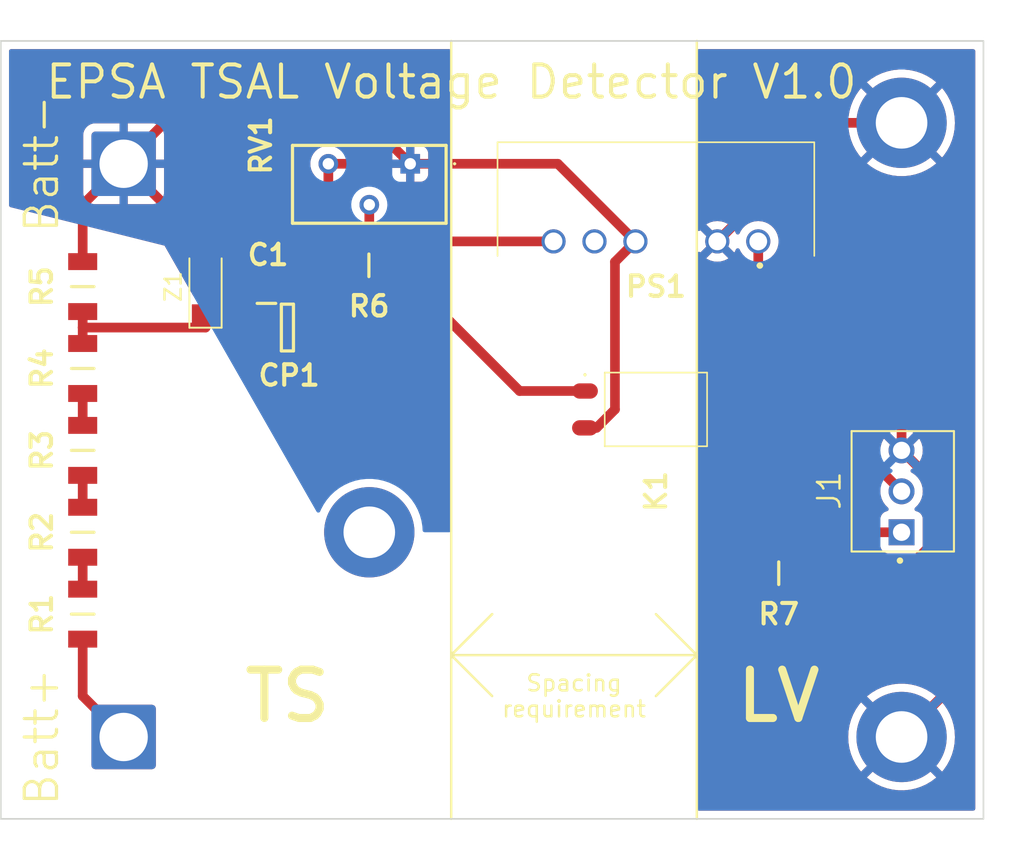
<source format=kicad_pcb>
(kicad_pcb (version 20211014) (generator pcbnew)
  (layers (0 "F.Cu" signal) (31 "B.Cu" signal) (34 "B.Paste" user) (35 "F.Paste" user) (36 "B.SilkS" user "B.Silkscreen") (37 "F.SilkS" user "F.Silkscreen") (38 "B.Mask" user) (39 "F.Mask" user) (44 "Edge.Cuts" user))
  (net 0 "")
  (net 1 "Comp")
  (net 2 "0")
  (net 3 "Net-(R4-Pad2)")
  (net 4 "Net-(RV1-Pad2)")
  (net 5 "+5V")
  (net 6 "Exit")
  (net 7 "+5VA")
  (net 8 "GND")
  (net 10 "Net-(R1-Pad1)")
  (net 11 "+BATT")
  (net 12 "Net-(R2-Pad2)")
  (net 13 "Net-(R3-Pad1)")
  (footprint "EPSA_lib:3296Y1223LF" (layer "F.Cu") (at 101.6 63.5 90)
    (fp_text reference "RV1" (at 1.14 -9.268414 90) (layer "F.SilkS") (effects (font (size 1.27 1.27) (thickness 0.254))))
    (fp_text value "Varystor 3296Y-1-223LF" hide)
    (fp_line (start -3.69 2.225) (end 1.14 2.225) (layer "F.SilkS") (width 0.2))
    (fp_line (start 0 2.7) (end 0 2.7) (layer "F.SilkS") (width 0.1))
    (fp_line (start -3.69 -7.305) (end -3.69 2.225) (layer "F.SilkS") (width 0.2))
    (fp_line (start 1.14 -7.305) (end -3.69 -7.305) (layer "F.SilkS") (width 0.2))
    (fp_line (start 1.14 2.225) (end 1.14 -7.305) (layer "F.SilkS") (width 0.2))
    (fp_line (start 0 2.8) (end 0 2.8) (layer "F.SilkS") (width 0.1))
    (fp_arc (start 0 2.7) (mid 0.05 2.75) (end 0 2.8) (layer "F.SilkS") (width 0.1))
    (fp_arc (start 0 2.8) (mid -0.05 2.75) (end 0 2.7) (layer "F.SilkS") (width 0.1))
    (pad "1" thru_hole rect (at 0 0 90) (size 1.217 1.217) (drill 0.71) (layers *.Cu *.Mask) (net 2 "0"))
    (pad "2" thru_hole circle (at -2.54 -2.54 90) (size 1.217 1.217) (drill 0.71) (layers *.Cu *.Mask) (net 4 "Net-(RV1-Pad2)"))
    (pad "3" thru_hole circle (at 0 -5.08 90) (size 1.217 1.217) (drill 0.71) (layers *.Cu *.Mask) (net 5 "+5V"))
  )
  (footprint "MountingHole:MountingHole_3.2mm_M3_DIN965_Pad" (layer "F.Cu") (at 99.06 86.36)
    (fp_text reference "REF**" hide)
    (fp_text value "MountingHole_3.2mm_M3_DIN965_Pad" hide)
    (pad "1" thru_hole circle (at 0 0) (size 5.6 5.6) (drill 3.2) (layers *.Cu *.Mask))
  )
  (footprint "Diode_SMD:D_MiniMELF" (layer "F.Cu") (at 88.9 71.12 90)
    (fp_text reference "Z1" (at 0 -2 90) (layer "F.SilkS"))
    (fp_text value "Zener TZM5224B-GS08")
    (fp_line (start -2.55 1) (end 1.75 1) (layer "F.SilkS") (width 0.12))
    (fp_line (start 1.75 -1) (end -2.55 -1) (layer "F.SilkS") (width 0.12))
    (fp_line (start -2.55 -1) (end -2.55 1) (layer "F.SilkS") (width 0.12))
    (pad "1" smd rect (at -1.75 0 90) (size 1.3 1.7) (layers "F.Cu" "F.Paste" "F.Mask") (net 3 "Net-(R4-Pad2)"))
    (pad "2" smd rect (at 1.75 0 90) (size 1.3 1.7) (layers "F.Cu" "F.Paste" "F.Mask") (net 2 "0"))
  )
  (footprint "" (layer "F.Cu") (at 132.08 99.06)
    (fp_text reference "" (at 0 0) (layer "F.SilkS") (effects (font (size 1.27 1.27))))
    (fp_text value "" (at 0 0) (layer "F.SilkS") (effects (font (size 1.27 1.27))))
    (pad "1" thru_hole circle (at 0 0) (size 5.6 5.6) (drill 3.2) (layers *.Cu *.Mask) (net 8 "GND"))
  )
  (footprint "EPSA_lib:CPC1394GR" (layer "F.Cu") (at 116.84 78.74 -90)
    (fp_text reference "K1" (at 5.08 0 90) (layer "F.SilkS") (effects (font (size 1.27 1.27) (thickness 0.254))))
    (fp_text value "SSR CPC1394GR" hide)
    (fp_line (start -2.286 3.175) (end -2.286 -3.175) (layer "F.SilkS") (width 0.1))
    (fp_line (start -2.286 -3.175) (end 2.286 -3.175) (layer "F.SilkS") (width 0.1))
    (fp_line (start 2.286 3.175) (end -2.286 3.175) (layer "F.SilkS") (width 0.1))
    (fp_line (start -2.2 4.4) (end -2.2 4.4) (layer "F.SilkS") (width 0.1))
    (fp_line (start -2.1 4.4) (end -2.1 4.4) (layer "F.SilkS") (width 0.1))
    (fp_line (start 2.286 -3.175) (end 2.286 3.175) (layer "F.SilkS") (width 0.1))
    (fp_arc (start -2.2 4.4) (mid -2.15 4.35) (end -2.1 4.4) (layer "F.SilkS") (width 0.1))
    (fp_arc (start -2.1 4.4) (mid -2.15 4.45) (end -2.2 4.4) (layer "F.SilkS") (width 0.1))
    (pad "1" smd oval (at -1.143 4.4 270) (size 0.95 1.6) (layers "F.Cu" "F.Paste" "F.Mask") (net 1 "Comp"))
    (pad "2" smd oval (at 1.143 4.4 270) (size 0.95 1.6) (layers "F.Cu" "F.Paste" "F.Mask") (net 2 "0"))
    (pad "3" smd oval (at 1.143 -4.4 270) (size 0.95 1.6) (layers "F.Cu" "F.Paste" "F.Mask") (net 6 "Exit"))
    (pad "4" smd oval (at -1.143 -4.4 270) (size 0.95 1.6) (layers "F.Cu" "F.Paste" "F.Mask") (net 7 "+5VA"))
  )
  (footprint "EPSA_lib:SOT95P280X145-5N" (layer "F.Cu") (at 93.98 73.66)
    (fp_text reference "CP1" (at 0.103988 2.97137) (layer "F.SilkS") (effects (font (size 1.27 1.27) (thickness 0.254))))
    (fp_text value "Comparateur TS391ILT" hide)
    (fp_line (start -0.375 -1.45) (end 0.375 -1.45) (layer "F.SilkS") (width 0.2))
    (fp_line (start 0.375 1.45) (end -0.375 1.45) (layer "F.SilkS") (width 0.2))
    (fp_line (start -0.375 1.45) (end -0.375 -1.45) (layer "F.SilkS") (width 0.2))
    (fp_line (start -1.875 -1.5) (end -0.725 -1.5) (layer "F.SilkS") (width 0.2))
    (fp_line (start 0.375 -1.45) (end 0.375 1.45) (layer "F.SilkS") (width 0.2))
    (pad "1" smd rect (at -1.3 -0.95 90) (size 0.6 1.15) (layers "F.Cu" "F.Paste" "F.Mask") (net 1 "Comp"))
    (pad "2" smd rect (at -1.3 0 90) (size 0.6 1.15) (layers "F.Cu" "F.Paste" "F.Mask") (net 2 "0"))
    (pad "3" smd rect (at -1.3 0.95 90) (size 0.6 1.15) (layers "F.Cu" "F.Paste" "F.Mask") (net 3 "Net-(R4-Pad2)"))
    (pad "4" smd rect (at 1.3 0.95 90) (size 0.6 1.15) (layers "F.Cu" "F.Paste" "F.Mask") (net 4 "Net-(RV1-Pad2)"))
    (pad "5" smd rect (at 1.3 -0.95 90) (size 0.6 1.15) (layers "F.Cu" "F.Paste" "F.Mask") (net 5 "+5V"))
  )
  (footprint "EPSA_lib:RESC3216X70N" (layer "F.Cu") (at 124.46 88.9 180)
    (fp_text reference "R7" (at 0 -2.54) (layer "F.SilkS") (effects (font (size 1.27 1.27) (thickness 0.254))))
    (fp_text value "Résistance RK73H2BLTDD2152F" hide)
    (fp_line (start 0 -0.7) (end 0 0.7) (layer "F.SilkS") (width 0.2))
    (pad "1" smd rect (at -1.55 0 180) (size 1.05 1.8) (layers "F.Cu" "F.Paste" "F.Mask") (net 8 "GND"))
    (pad "2" smd rect (at 1.55 0 180) (size 1.05 1.8) (layers "F.Cu" "F.Paste" "F.Mask") (net 6 "Exit"))
  )
  (footprint "EPSA_lib:RESC3216X70N" (layer "F.Cu") (at 81.28 76.2 90)
    (fp_text reference "R4" (at 0 -2.54 90) (layer "F.SilkS") (effects (font (size 1.27 1.27) (thickness 0.254))))
    (fp_text value "Résistance RK73H2BLTDD2152F" hide)
    (fp_line (start 0 -0.7) (end 0 0.7) (layer "F.SilkS") (width 0.2))
    (pad "1" smd rect (at -1.55 0 90) (size 1.05 1.8) (layers "F.Cu" "F.Paste" "F.Mask") (net 13 "Net-(R3-Pad1)"))
    (pad "2" smd rect (at 1.55 0 90) (size 1.05 1.8) (layers "F.Cu" "F.Paste" "F.Mask") (net 3 "Net-(R4-Pad2)"))
  )
  (footprint "EPSA_lib:MOLEX_22-11-2032" (layer "F.Cu") (at 132.08 86.36 90)
    (fp_text reference "J1" (at 2.585 -4.489 90) (layer "F.SilkS") (effects (font (size 1.4 1.4))))
    (fp_text value "3P Droit 22-11-2032")
    (fp_line (start 6.275 3.25) (end 6.275 -3.1) (layer "F.SilkS") (width 0.127))
    (fp_line (start -1.195 -3.1) (end -1.195 3.25) (layer "F.SilkS") (width 0.127))
    (fp_line (start 6.275 -3.1) (end -1.195 -3.1) (layer "F.SilkS") (width 0.127))
    (fp_line (start -1.195 3.25) (end 6.275 3.25) (layer "F.SilkS") (width 0.127))
    (fp_circle (center -1.76 -0.1) (end -1.66 -0.1) (layer "F.SilkS") (width 0.2) (fill none))
    (pad "1" thru_hole rect (at 0 0 90) (size 1.61 1.61) (drill 1.07) (layers *.Cu *.Mask) (net 6 "Exit"))
    (pad "2" thru_hole circle (at 2.54 0 90) (size 1.61 1.61) (drill 1.07) (layers *.Cu *.Mask) (net 7 "+5VA"))
    (pad "3" thru_hole circle (at 5.08 0 90) (size 1.61 1.61) (drill 1.07) (layers *.Cu *.Mask) (net 8 "GND"))
  )
  (footprint "Connector_Wire:SolderWire-2.5sqmm_1x01_D2.4mm_OD3.6mm" (layer "F.Cu") (at 83.82 63.5)
    (fp_text reference "TP2" hide)
    (fp_text value "TestPoint")
    (pad "1" thru_hole roundrect (at 0 0) (size 4 4) (drill 3) (layers *.Cu *.Mask) (roundrect_rratio 0.0625) (net 2 "0"))
  )
  (footprint "EPSA_lib:RESC3216X70N" (layer "F.Cu") (at 81.28 81.28 -90)
    (fp_text reference "R3" (at 0 2.54 90) (layer "F.SilkS") (effects (font (size 1.27 1.27) (thickness 0.254))))
    (fp_text value "Résistance RK73H2BLTDD2152F" hide)
    (fp_line (start 0 -0.7) (end 0 0.7) (layer "F.SilkS") (width 0.2))
    (pad "1" smd rect (at -1.55 0 270) (size 1.05 1.8) (layers "F.Cu" "F.Paste" "F.Mask") (net 13 "Net-(R3-Pad1)"))
    (pad "2" smd rect (at 1.55 0 270) (size 1.05 1.8) (layers "F.Cu" "F.Paste" "F.Mask") (net 12 "Net-(R2-Pad2)"))
  )
  (footprint "Connector_Wire:SolderWire-2.5sqmm_1x01_D2.4mm_OD3.6mm" (layer "F.Cu") (at 83.82 99.06)
    (fp_text reference "TP1" hide)
    (fp_text value "TestPoint")
    (pad "1" thru_hole roundrect (at 0 0) (size 4 4) (drill 3) (layers *.Cu *.Mask) (roundrect_rratio 0.0625) (net 11 "+BATT"))
  )
  (footprint "EPSA_lib:RESC3216X70N" (layer "F.Cu") (at 81.28 71.12 -90)
    (fp_text reference "R5" (at 0 2.54 90) (layer "F.SilkS") (effects (font (size 1.27 1.27) (thickness 0.254))))
    (fp_text value "Résistance RK73H2BLTDD2152F" hide)
    (fp_line (start 0 -0.7) (end 0 0.7) (layer "F.SilkS") (width 0.2))
    (pad "1" smd rect (at -1.55 0 270) (size 1.05 1.8) (layers "F.Cu" "F.Paste" "F.Mask") (net 2 "0"))
    (pad "2" smd rect (at 1.55 0 270) (size 1.05 1.8) (layers "F.Cu" "F.Paste" "F.Mask") (net 3 "Net-(R4-Pad2)"))
  )
  (footprint "EPSA_lib:RESC3216X70N" (layer "F.Cu") (at 81.28 86.36 90)
    (fp_text reference "R2" (at 0 -2.54 90) (layer "F.SilkS") (effects (font (size 1.27 1.27) (thickness 0.254))))
    (fp_text value "Résistance RK73H2BLTDD2152F" hide)
    (fp_line (start 0 -0.7) (end 0 0.7) (layer "F.SilkS") (width 0.2))
    (pad "1" smd rect (at -1.55 0 90) (size 1.05 1.8) (layers "F.Cu" "F.Paste" "F.Mask") (net 10 "Net-(R1-Pad1)"))
    (pad "2" smd rect (at 1.55 0 90) (size 1.05 1.8) (layers "F.Cu" "F.Paste" "F.Mask") (net 12 "Net-(R2-Pad2)"))
  )
  (footprint "EPSA_lib:RESC3216X70N" (layer "F.Cu") (at 99.035212 69.799441 180)
    (fp_text reference "R6" (at -0.011901 -2.54) (layer "F.SilkS") (effects (font (size 1.27 1.27) (thickness 0.254))))
    (fp_text value "Résistance RK73H2BLTDD2152F" hide)
    (fp_line (start 0 -0.7) (end 0 0.7) (layer "F.SilkS") (width 0.2))
    (pad "1" smd rect (at -1.55 0 180) (size 1.05 1.8) (layers "F.Cu" "F.Paste" "F.Mask") (net 1 "Comp"))
    (pad "2" smd rect (at 1.55 0 180) (size 1.05 1.8) (layers "F.Cu" "F.Paste" "F.Mask") (net 5 "+5V"))
  )
  (footprint "EPSA_lib:CAPC2012X130N" (layer "F.Cu") (at 93.327966 71.013855)
    (fp_text reference "C1" (at -0.549263 -1.857432) (layer "F.SilkS") (effects (font (size 1.27 1.27) (thickness 0.254))))
    (fp_text value "Condensateur 0805Y1000104JXT" hide)
    (pad "1" smd rect (at -0.82 0) (size 1.07 1.47) (layers "F.Cu" "F.Paste" "F.Mask") (net 2 "0"))
    (pad "2" smd rect (at 0.82 0) (size 1.07 1.47) (layers "F.Cu" "F.Paste" "F.Mask") (net 5 "+5V"))
  )
  (footprint "" (layer "F.Cu") (at 132.08 60.96)
    (fp_text reference "" (at 0 0) (layer "F.SilkS") (effects (font (size 1.27 1.27))))
    (fp_text value "" (at 0 0) (layer "F.SilkS") (effects (font (size 1.27 1.27))))
    (pad "1" thru_hole circle (at 0 0) (size 5.6 5.6) (drill 3.2) (layers *.Cu *.Mask) (net 8 "GND"))
  )
  (footprint "EPSA_lib:RESC3216X70N" (layer "F.Cu") (at 81.28 91.44 -90)
    (fp_text reference "R1" (at 0 2.54 90) (layer "F.SilkS") (effects (font (size 1.27 1.27) (thickness 0.254))))
    (fp_text value "Résistance RK73H2BLTDD2152F" hide)
    (fp_line (start 0 -0.7) (end 0 0.7) (layer "F.SilkS") (width 0.2))
    (pad "1" smd rect (at -1.55 0 270) (size 1.05 1.8) (layers "F.Cu" "F.Paste" "F.Mask") (net 10 "Net-(R1-Pad1)"))
    (pad "2" smd rect (at 1.55 0 270) (size 1.05 1.8) (layers "F.Cu" "F.Paste" "F.Mask") (net 11 "+BATT"))
  )
  (footprint "EPSA_lib:PDM2S5S5S" (layer "F.Cu") (at 123.19 68.315 180)
    (fp_text reference "PS1" (at 6.35 -2.805) (layer "F.SilkS") (effects (font (size 1.27 1.27) (thickness 0.254))))
    (fp_text value "Alim Iso PDM2-S5-S5-S" hide)
    (fp_line (start 0 -1.5) (end 0 -1.5) (layer "F.SilkS") (width 0.2))
    (fp_line (start 16.175 6.15) (end 16.175 -0.9) (layer "F.SilkS") (width 0.1))
    (fp_line (start -3.475 -0.9) (end -3.475 6.15) (layer "F.SilkS") (width 0.1))
    (fp_line (start -3.475 6.15) (end 16.175 6.15) (layer "F.SilkS") (width 0.1))
    (fp_line (start -0.2 -1.5) (end -0.2 -1.5) (layer "F.SilkS") (width 0.2))
    (fp_arc (start 0 -1.5) (mid -0.1 -1.4) (end -0.2 -1.5) (layer "F.SilkS") (width 0.2))
    (fp_arc (start -0.2 -1.5) (mid -0.1 -1.6) (end 0 -1.5) (layer "F.SilkS") (width 0.2))
    (pad "1" thru_hole circle (at 0 0 180) (size 1.5 1.5) (drill 1.1) (layers *.Cu *.Mask) (net 7 "+5VA"))
    (pad "2" thru_hole circle (at 2.54 0 180) (size 1.5 1.5) (drill 1.1) (layers *.Cu *.Mask) (net 8 "GND"))
    (pad "4" thru_hole circle (at 7.62 0 180) (size 1.5 1.5) (drill 1.1) (layers *.Cu *.Mask) (net 2 "0"))
    (pad "5" thru_hole circle (at 10.16 0 180) (size 1.5 1.5) (drill 1.1) (layers *.Cu *.Mask))
    (pad "6" thru_hole circle (at 12.7 0 180) (size 1.5 1.5) (drill 1.1) (layers *.Cu *.Mask) (net 5 "+5V"))
  )
  (gr_line (start 119.38 55.88) (end 119.38 104.14) (layer "F.SilkS") (width 0.15))
  (gr_line (start 106.68 96.52) (end 104.14 93.98) (layer "F.SilkS") (width 0.15))
  (gr_line (start 116.84 91.44) (end 119.38 93.98) (layer "F.SilkS") (width 0.15))
  (gr_line (start 104.14 93.98) (end 106.68 91.44) (layer "F.SilkS") (width 0.15))
  (gr_line (start 104.14 55.88) (end 104.14 104.14) (layer "F.SilkS") (width 0.15))
  (gr_line (start 104.14 93.98) (end 119.38 93.98) (layer "F.SilkS") (width 0.15))
  (gr_line (start 119.38 93.98) (end 116.84 96.52) (layer "F.SilkS") (width 0.15))
  (gr_line (start 106.68 91.44) (end 104.14 93.98) (layer "F.SilkS") (width 0.15))
  (gr_rect (start 137.16 55.88) (end 76.2 104.14) (layer "Edge.Cuts") (width 0.1) (fill none))
  (gr_text "Batt+" (at 78.74 99.06 90) (layer "F.SilkS") (effects (font (size 2 2) (thickness 0.2))))
  (gr_text "TS" (at 93.98 96.52) (layer "F.SilkS") (effects (font (size 3 3) (thickness 0.5))))
  (gr_text "EPSA TSAL Voltage Detector V1.0" (at 104.153475 58.42409) (layer "F.SilkS") (effects (font (size 2 2) (thickness 0.25))))
  (gr_text "Spacing\nrequirement" (at 111.76 96.52) (layer "F.SilkS") (effects (font (size 1 1))))
  (gr_text "Batt-" (at 78.74 63.5 90) (layer "F.SilkS") (effects (font (size 2 2) (thickness 0.2))))
  (gr_text "LV" (at 124.46 96.52) (layer "F.SilkS") (effects (font (size 3 3) (thickness 0.5))))
  (segment (start 103.296306 72.510535) (end 100.585212 69.799441) (width 0.6) (layer "F.Cu") (net 1))
  (segment (start 94.882187 76.857634) (end 99.137991 76.857634) (width 0.6) (layer "F.Cu") (net 1))
  (segment (start 92.68 72.71) (end 93.605 72.71) (width 0.6) (layer "F.Cu") (net 1))
  (segment (start 103.296306 72.699319) (end 103.296306 72.510535) (width 0.6) (layer "F.Cu") (net 1))
  (segment (start 112.44 77.597) (end 108.382771 77.597) (width 0.6) (layer "F.Cu") (net 1))
  (segment (start 93.995868 75.971315) (end 94.882187 76.857634) (width 0.6) (layer "F.Cu") (net 1))
  (segment (start 93.995868 73.100868) (end 93.995868 75.971315) (width 0.6) (layer "F.Cu") (net 1))
  (segment (start 99.137991 76.857634) (end 103.296306 72.699319) (width 0.6) (layer "F.Cu") (net 1))
  (segment (start 93.605 72.71) (end 93.995868 73.100868) (width 0.6) (layer "F.Cu") (net 1))
  (segment (start 108.382771 77.597) (end 100.585212 69.799441) (width 0.6) (layer "F.Cu") (net 1))
  (segment (start 110.755 63.5) (end 115.57 68.315) (width 0.6) (layer "F.Cu") (net 2))
  (segment (start 114.3 78.74) (end 113.157 79.883) (width 0.6) (layer "F.Cu") (net 2))
  (segment (start 88.9 68.58) (end 88.9 69.37) (width 0.6) (layer "F.Cu") (net 2))
  (segment (start 92.646125 60.96) (end 86.36 60.96) (width 0.6) (layer "F.Cu") (net 2))
  (segment (start 113.157 79.883) (end 112.44 79.883) (width 0.6) (layer "F.Cu") (net 2))
  (segment (start 91.567565 70.988805) (end 92.482916 70.988805) (width 0.6) (layer "F.Cu") (net 2))
  (segment (start 83.82 63.5) (end 88.9 68.58) (width 0.6) (layer "F.Cu") (net 2))
  (segment (start 83.82 63.5) (end 81.28 66.04) (width 0.6) (layer "F.Cu") (net 2))
  (segment (start 92.507966 61.098159) (end 92.646125 60.96) (width 0.6) (layer "F.Cu") (net 2))
  (segment (start 101.6 63.5) (end 99.06 60.96) (width 0.6) (layer "F.Cu") (net 2))
  (segment (start 115.57 68.315) (end 114.3 69.585) (width 0.6) (layer "F.Cu") (net 2))
  (segment (start 92.68 73.66) (end 91.899028 73.66) (width 0.6) (layer "F.Cu") (net 2))
  (segment (start 86.36 60.96) (end 83.82 63.5) (width 0.6) (layer "F.Cu") (net 2))
  (segment (start 81.28 66.04) (end 81.28 69.57) (width 0.6) (layer "F.Cu") (net 2))
  (segment (start 92.507966 71.013855) (end 92.507966 61.098159) (width 0.6) (layer "F.Cu") (net 2))
  (segment (start 114.3 69.585) (end 114.3 78.74) (width 0.6) (layer "F.Cu") (net 2))
  (segment (start 90.846148 72.60712) (end 90.846148 71.710222) (width 0.6) (layer "F.Cu") (net 2))
  (segment (start 92.482916 70.988805) (end 92.507966 71.013855) (width 0.6) (layer "F.Cu") (net 2))
  (segment (start 99.06 60.96) (end 92.646125 60.96) (width 0.6) (layer "F.Cu") (net 2))
  (segment (start 91.899028 73.66) (end 90.846148 72.60712) (width 0.6) (layer "F.Cu") (net 2))
  (segment (start 90.846148 71.710222) (end 91.567565 70.988805) (width 0.6) (layer "F.Cu") (net 2))
  (segment (start 101.6 63.5) (end 110.755 63.5) (width 0.6) (layer "F.Cu") (net 2))
  (segment (start 81.28 73.66) (end 81.28 74.65) (width 0.6) (layer "F.Cu") (net 3))
  (segment (start 88.9 72.87) (end 90.64 74.61) (width 0.6) (layer "F.Cu") (net 3))
  (segment (start 88.9 73.66) (end 81.28 73.66) (width 0.6) (layer "F.Cu") (net 3))
  (segment (start 81.28 72.67) (end 81.28 73.66) (width 0.6) (layer "F.Cu") (net 3))
  (segment (start 88.9 72.87) (end 88.9 73.66) (width 0.6) (layer "F.Cu") (net 3))
  (segment (start 90.64 74.61) (end 92.68 74.61) (width 0.6) (layer "F.Cu") (net 3))
  (segment (start 99.06 70.83) (end 99.06 66.04) (width 0.6) (layer "F.Cu") (net 4))
  (segment (start 95.28 74.61) (end 99.06 70.83) (width 0.6) (layer "F.Cu") (net 4))
  (segment (start 96.270798 71.013855) (end 97.485212 69.799441) (width 0.6) (layer "F.Cu") (net 5))
  (segment (start 110.49 68.315) (end 103.875 68.315) (width 0.6) (layer "F.Cu") (net 5))
  (segment (start 94.147966 71.577966) (end 95.28 72.71) (width 0.6) (layer "F.Cu") (net 5))
  (segment (start 99.06 63.5) (end 96.52 63.5) (width 0.6) (layer "F.Cu") (net 5))
  (segment (start 94.147966 71.013855) (end 96.270798 71.013855) (width 0.6) (layer "F.Cu") (net 5))
  (segment (start 96.52 63.5) (end 96.52 68.834229) (width 0.6) (layer "F.Cu") (net 5))
  (segment (start 103.875 68.315) (end 99.06 63.5) (width 0.6) (layer "F.Cu") (net 5))
  (segment (start 96.52 68.834229) (end 97.485212 69.799441) (width 0.6) (layer "F.Cu") (net 5))
  (segment (start 94.147966 71.013855) (end 94.147966 71.577966) (width 0.6) (layer "F.Cu") (net 5))
  (segment (start 121.24 79.883) (end 121.24 87.23) (width 0.6) (layer "F.Cu") (net 6))
  (segment (start 132.08 86.36) (end 125.45 86.36) (width 0.6) (layer "F.Cu") (net 6))
  (segment (start 121.24 87.23) (end 122.91 88.9) (width 0.6) (layer "F.Cu") (net 6))
  (segment (start 125.45 86.36) (end 122.91 88.9) (width 0.6) (layer "F.Cu") (net 6))
  (segment (start 121.24 77.597) (end 125.857 77.597) (width 0.6) (layer "F.Cu") (net 7))
  (segment (start 125.857 77.597) (end 132.08 83.82) (width 0.6) (layer "F.Cu") (net 7))
  (segment (start 123.19 74.93) (end 125.857 77.597) (width 0.6) (layer "F.Cu") (net 7))
  (segment (start 123.19 68.315) (end 123.19 74.93) (width 0.6) (layer "F.Cu") (net 7))
  (segment (start 134.62 96.52) (end 134.62 93.98) (width 0.6) (layer "F.Cu") (net 8))
  (segment (start 127 66.04) (end 132.08 71.12) (width 0.6) (layer "F.Cu") (net 8))
  (segment (start 132.15 88.9) (end 134.62 86.43) (width 0.6) (layer "F.Cu") (net 8))
  (segment (start 132.08 60.96) (end 128.005 60.96) (width 0.6) (layer "F.Cu") (net 8))
  (segment (start 132.08 99.06) (end 134.62 96.52) (width 0.6) (layer "F.Cu") (net 8))
  (segment (start 128.005 60.96) (end 121.1525 67.8125) (width 0.6) (layer "F.Cu") (net 8))
  (segment (start 134.62 86.43) (end 134.62 83.82) (width 0.6) (layer "F.Cu") (net 8))
  (segment (start 121.1525 67.8125) (end 122.925 66.04) (width 0.6) (layer "F.Cu") (net 8))
  (segment (start 122.925 66.04) (end 127 66.04) (width 0.6) (layer "F.Cu") (net 8))
  (segment (start 134.62 83.82) (end 132.08 81.28) (width 0.6) (layer "F.Cu") (net 8))
  (segment (start 120.65 68.315) (end 121.1525 67.8125) (width 0.6) (layer "F.Cu") (net 8))
  (segment (start 132.08 71.12) (end 132.08 81.28) (width 0.6) (layer "F.Cu") (net 8))
  (segment (start 126.01 88.9) (end 132.15 88.9) (width 0.6) (layer "F.Cu") (net 8))
  (segment (start 134.62 93.98) (end 134.62 83.82) (width 0.6) (layer "F.Cu") (net 8))
  (segment (start 81.28 87.91) (end 81.28 89.89) (width 0.6) (layer "F.Cu") (net 10))
  (segment (start 81.28 92.99) (end 81.28 96.52) (width 0.6) (layer "F.Cu") (net 11))
  (segment (start 81.28 96.52) (end 83.82 99.06) (width 0.6) (layer "F.Cu") (net 11))
  (segment (start 81.28 82.83) (end 81.28 84.81) (width 0.6) (layer "F.Cu") (net 12))
  (segment (start 81.28 77.75) (end 81.28 79.73) (width 0.6) (layer "F.Cu") (net 13))
  (zone (net 8) (net_name "GND") (layers F&B.Cu) (connect_pads (clearance 0.508)) (min_thickness 0.254) (fill yes (thermal_gap 0.508) (thermal_bridge_width 0.508))
    (polygon (pts (xy 139.7 106.68) (xy 119.38 106.68) (xy 119.38 53.34) (xy 139.7 53.34)))
  )
  (zone (net 2) (net_name "0") (layers F&B.Cu) (connect_pads (clearance 0.508)) (min_thickness 0.254) (fill yes (thermal_gap 0.508) (thermal_bridge_width 0.508))
    (polygon (pts (xy 104.14 86.36) (xy 96.52 86.36) (xy 86.36 68.58) (xy 76.2 66.04) (xy 76.2 53.34) (xy 104.14 53.34)))
  )
)
</source>
